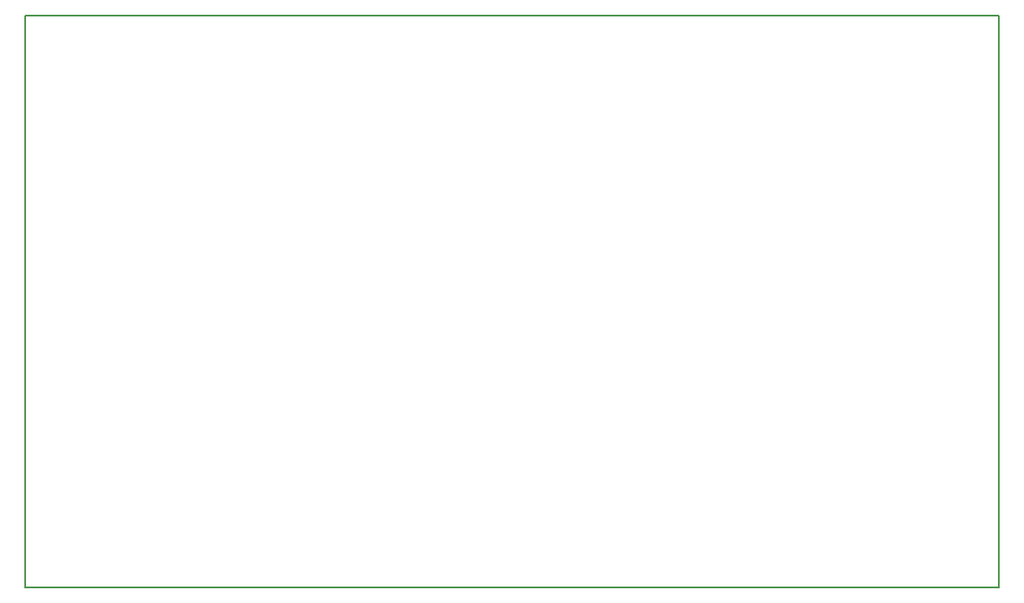
<source format=gm1>
G04*
G04 #@! TF.GenerationSoftware,Altium Limited,CircuitMaker,2.2.1 (2.2.1.6)*
G04*
G04 Layer_Color=16740166*
%FSTAX43Y43*%
%MOMM*%
G71*
G04*
G04 #@! TF.SameCoordinates,C8B466FA-36BC-4938-8632-075A3B1F3AF2*
G04*
G04*
G04 #@! TF.FilePolarity,Positive*
G04*
G01*
G75*
%ADD15C,0.200*%
D15*
X012Y00253D02*
Y00812D01*
X0025D02*
X012D01*
X0025Y00253D02*
X012D01*
X0025D02*
Y00812D01*
M02*

</source>
